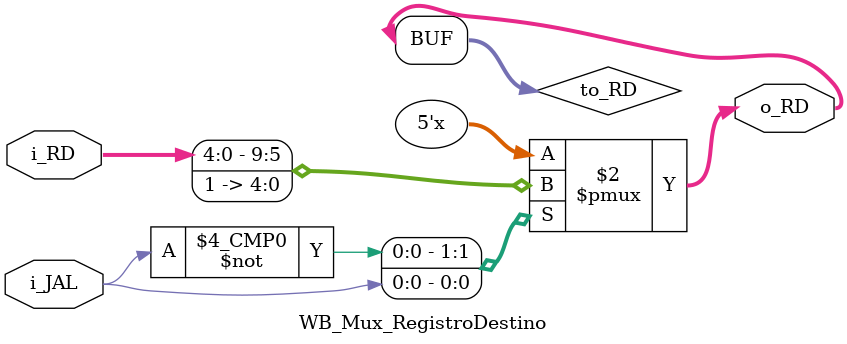
<source format=v>
`timescale 1ns / 1ps


module WB_Mux_RegistroDestino
    #(
        parameter REGS        = 5
    )
    (
        input   wire                          i_JAL         ,
        input   wire     [REGS-1       :0]    i_RD          ,
        output  wire     [REGS-1       :0]    o_RD                 
    );

    reg [REGS-1  :0]   to_RD      ;
    assign  o_RD   =   to_RD ;

    always @(*)
    begin
        case(i_JAL)
            1'b0:   to_RD  <=  i_RD;   
            1'b1:   to_RD  <=  5'b11111      ; //En JAL se debe guardar el PC+8 en el registro 31, que es donde se guardó la dirección de retorno
        endcase
    end 
endmodule

</source>
